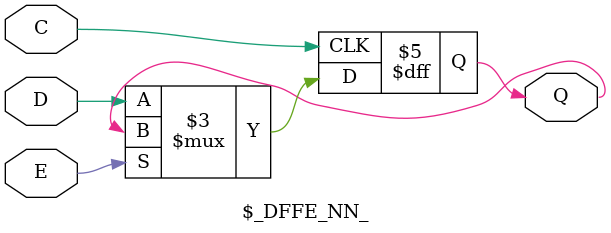
<source format=v>
module \$_DFFE_NN_ (D, C, E, Q);
input D, C, E;
output reg Q;
always @(negedge C) begin
	if (!E) Q <= D;
end
endmodule

</source>
